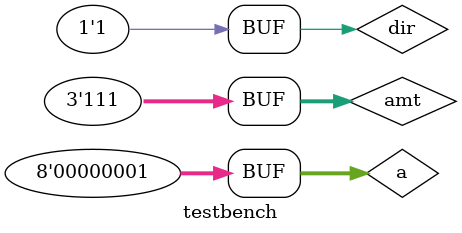
<source format=v>
`timescale 1ns/1ps
module testbench;
/*
module BarrelShifter(
input[7:0] a,
input[2:0] amt, 
input dir, //0->LeftShift, 1->RightShift
output reg [7:0] y);
*/

reg [7:0]a;
wire [7:0]y;
reg dir;
reg [2:0] amt;
BarrelShifter uut(
	.a(a),
	.y(y),
	.dir(dir),
	.amt(amt));

initial
 begin:apply_stimulus
	        a = 8'b0000_0001;
		#10 dir = 1'b0; //LShift
		#10 amt = 3'b000;
		#10 amt = 3'b001;
		#10 amt = 3'b010;
		#10 amt = 3'b011;
		#10 amt = 3'b100;
		#10 amt = 3'b101;
		#10 amt = 3'b110;
		#10 amt = 3'b111;
		
		#10 amt = 3'b000;
                dir = 1'b1; //RShift
		#10 amt = 3'b000;
		#10 amt = 3'b001;
		#10 amt = 3'b010;
		#10 amt = 3'b011;
		#10 amt = 3'b100;
		#10 amt = 3'b101;
		#10 amt = 3'b110;
		#10 amt = 3'b111;
end

endmodule
</source>
